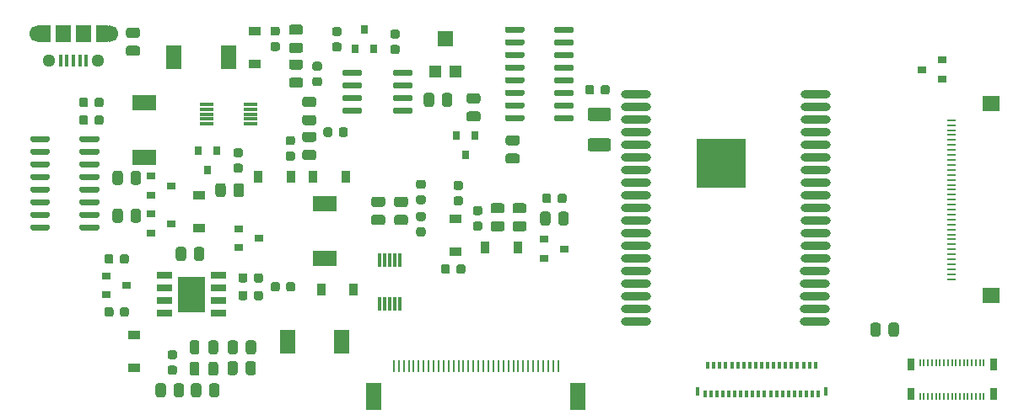
<source format=gbr>
G04 #@! TF.GenerationSoftware,KiCad,Pcbnew,(5.1.9)-1*
G04 #@! TF.CreationDate,2021-02-03T10:13:10+01:00*
G04 #@! TF.ProjectId,epaper-breakout,65706170-6572-42d6-9272-65616b6f7574,rev?*
G04 #@! TF.SameCoordinates,Original*
G04 #@! TF.FileFunction,Paste,Top*
G04 #@! TF.FilePolarity,Positive*
%FSLAX46Y46*%
G04 Gerber Fmt 4.6, Leading zero omitted, Abs format (unit mm)*
G04 Created by KiCad (PCBNEW (5.1.9)-1) date 2021-02-03 10:13:10*
%MOMM*%
%LPD*%
G01*
G04 APERTURE LIST*
%ADD10R,1.500000X1.700000*%
%ADD11C,1.290000*%
%ADD12R,0.400000X1.250000*%
%ADD13C,1.700000*%
%ADD14R,1.200000X1.700000*%
%ADD15R,5.000000X5.000000*%
%ADD16O,3.000000X0.900000*%
%ADD17R,0.400000X0.950000*%
%ADD18R,0.300000X0.800000*%
%ADD19R,0.300000X0.650000*%
%ADD20R,0.900000X1.200000*%
%ADD21R,2.400000X1.500000*%
%ADD22R,1.200000X0.900000*%
%ADD23R,0.900000X0.800000*%
%ADD24R,1.500000X0.650000*%
%ADD25R,2.700000X3.600000*%
%ADD26R,0.812800X0.254000*%
%ADD27R,1.701800X1.524000*%
%ADD28R,0.700000X1.200000*%
%ADD29R,0.230000X0.800000*%
%ADD30R,0.800000X0.900000*%
%ADD31R,1.600000X2.800000*%
%ADD32R,0.250000X1.300000*%
%ADD33R,0.300000X1.400000*%
%ADD34R,1.500000X2.400000*%
%ADD35R,1.400000X0.300000*%
%ADD36R,1.200000X1.200000*%
%ADD37R,1.600000X1.500000*%
G04 APERTURE END LIST*
D10*
X29463000Y-21065000D03*
D11*
X32888000Y-23765000D03*
D12*
X31113000Y-23765000D03*
X31763000Y-23765000D03*
X29163000Y-23765000D03*
X29813000Y-23765000D03*
X30463000Y-23765000D03*
D11*
X28038000Y-23765000D03*
D10*
X31463000Y-21065000D03*
D13*
X34063000Y-21065000D03*
X26863000Y-21065000D03*
D14*
X27563000Y-21065000D03*
X33363000Y-21065000D03*
D15*
X95500000Y-34030000D03*
D16*
X86900000Y-27110000D03*
X86900000Y-28380000D03*
X86900000Y-29650000D03*
X86900000Y-30920000D03*
X86900000Y-32190000D03*
X86900000Y-33460000D03*
X86900000Y-34730000D03*
X86900000Y-36000000D03*
X86900000Y-37270000D03*
X86900000Y-38540000D03*
X86900000Y-39810000D03*
X86900000Y-41080000D03*
X86900000Y-42350000D03*
X86900000Y-43620000D03*
X86900000Y-44920000D03*
X86900000Y-46190000D03*
X86900000Y-47460000D03*
X86900000Y-48730000D03*
X86900000Y-50000000D03*
X104900000Y-50000000D03*
X104900000Y-48730000D03*
X104900000Y-47460000D03*
X104900000Y-46190000D03*
X104900000Y-44920000D03*
X104930000Y-43620000D03*
X104930000Y-42350000D03*
X104930000Y-41080000D03*
X104930000Y-39810000D03*
X104930000Y-38540000D03*
X104930000Y-37270000D03*
X104930000Y-36000000D03*
X104930000Y-34730000D03*
X104930000Y-33460000D03*
X104930000Y-32190000D03*
X104930000Y-30920000D03*
X104930000Y-29650000D03*
X104930000Y-28380000D03*
X104930000Y-27110000D03*
D17*
X105942600Y-56979600D03*
X93142600Y-56979600D03*
D18*
X105242600Y-57254600D03*
D19*
X104942600Y-54379600D03*
D18*
X104642600Y-57254600D03*
D19*
X104342600Y-54379600D03*
D18*
X104042600Y-57254600D03*
D19*
X103742600Y-54379600D03*
D18*
X103442600Y-57254600D03*
D19*
X103142600Y-54379600D03*
D18*
X102842600Y-57254600D03*
D19*
X102542600Y-54379600D03*
D18*
X102242600Y-57254600D03*
D19*
X101942600Y-54379600D03*
D18*
X101642600Y-57254600D03*
D19*
X101342600Y-54379600D03*
D18*
X101042600Y-57254600D03*
D19*
X100742600Y-54379600D03*
D18*
X100442600Y-57254600D03*
D19*
X100142600Y-54379600D03*
D18*
X99842600Y-57254600D03*
D19*
X99542600Y-54379600D03*
D18*
X99242600Y-57254600D03*
D19*
X98942600Y-54379600D03*
D18*
X98642600Y-57254600D03*
D19*
X98342600Y-54379600D03*
D18*
X98042600Y-57254600D03*
D19*
X97742600Y-54379600D03*
D18*
X97442600Y-57254600D03*
D19*
X97142600Y-54379600D03*
D18*
X96842600Y-57254600D03*
D19*
X96542600Y-54379600D03*
D18*
X96242600Y-57254600D03*
D19*
X95942600Y-54379600D03*
D18*
X95642600Y-57254600D03*
D19*
X95342600Y-54379600D03*
D18*
X95042600Y-57254600D03*
D19*
X94742600Y-54379600D03*
D18*
X94442600Y-57254600D03*
D19*
X94142600Y-54379600D03*
D18*
X93842600Y-57254600D03*
D20*
X55309500Y-46799500D03*
X58609500Y-46799500D03*
D21*
X55689500Y-38144000D03*
X55689500Y-43644000D03*
G36*
G01*
X40136000Y-54427000D02*
X40636000Y-54427000D01*
G75*
G02*
X40861000Y-54652000I0J-225000D01*
G01*
X40861000Y-55102000D01*
G75*
G02*
X40636000Y-55327000I-225000J0D01*
G01*
X40136000Y-55327000D01*
G75*
G02*
X39911000Y-55102000I0J225000D01*
G01*
X39911000Y-54652000D01*
G75*
G02*
X40136000Y-54427000I225000J0D01*
G01*
G37*
G36*
G01*
X40136000Y-52877000D02*
X40636000Y-52877000D01*
G75*
G02*
X40861000Y-53102000I0J-225000D01*
G01*
X40861000Y-53552000D01*
G75*
G02*
X40636000Y-53777000I-225000J0D01*
G01*
X40136000Y-53777000D01*
G75*
G02*
X39911000Y-53552000I0J225000D01*
G01*
X39911000Y-53102000D01*
G75*
G02*
X40136000Y-52877000I225000J0D01*
G01*
G37*
G36*
G01*
X39732000Y-56445998D02*
X39732000Y-57346002D01*
G75*
G02*
X39482002Y-57596000I-249998J0D01*
G01*
X38956998Y-57596000D01*
G75*
G02*
X38707000Y-57346002I0J249998D01*
G01*
X38707000Y-56445998D01*
G75*
G02*
X38956998Y-56196000I249998J0D01*
G01*
X39482002Y-56196000D01*
G75*
G02*
X39732000Y-56445998I0J-249998D01*
G01*
G37*
G36*
G01*
X41557000Y-56445998D02*
X41557000Y-57346002D01*
G75*
G02*
X41307002Y-57596000I-249998J0D01*
G01*
X40781998Y-57596000D01*
G75*
G02*
X40532000Y-57346002I0J249998D01*
G01*
X40532000Y-56445998D01*
G75*
G02*
X40781998Y-56196000I249998J0D01*
G01*
X41307002Y-56196000D01*
G75*
G02*
X41557000Y-56445998I0J-249998D01*
G01*
G37*
G36*
G01*
X43288000Y-56445998D02*
X43288000Y-57346002D01*
G75*
G02*
X43038002Y-57596000I-249998J0D01*
G01*
X42512998Y-57596000D01*
G75*
G02*
X42263000Y-57346002I0J249998D01*
G01*
X42263000Y-56445998D01*
G75*
G02*
X42512998Y-56196000I249998J0D01*
G01*
X43038002Y-56196000D01*
G75*
G02*
X43288000Y-56445998I0J-249998D01*
G01*
G37*
G36*
G01*
X45113000Y-56445998D02*
X45113000Y-57346002D01*
G75*
G02*
X44863002Y-57596000I-249998J0D01*
G01*
X44337998Y-57596000D01*
G75*
G02*
X44088000Y-57346002I0J249998D01*
G01*
X44088000Y-56445998D01*
G75*
G02*
X44337998Y-56196000I249998J0D01*
G01*
X44863002Y-56196000D01*
G75*
G02*
X45113000Y-56445998I0J-249998D01*
G01*
G37*
D22*
X36576000Y-51309000D03*
X36576000Y-54609000D03*
G36*
G01*
X84173502Y-29795500D02*
X82323498Y-29795500D01*
G75*
G02*
X82073500Y-29545502I0J249998D01*
G01*
X82073500Y-28720498D01*
G75*
G02*
X82323498Y-28470500I249998J0D01*
G01*
X84173502Y-28470500D01*
G75*
G02*
X84423500Y-28720498I0J-249998D01*
G01*
X84423500Y-29545502D01*
G75*
G02*
X84173502Y-29795500I-249998J0D01*
G01*
G37*
G36*
G01*
X84173502Y-32870500D02*
X82323498Y-32870500D01*
G75*
G02*
X82073500Y-32620502I0J249998D01*
G01*
X82073500Y-31795498D01*
G75*
G02*
X82323498Y-31545500I249998J0D01*
G01*
X84173502Y-31545500D01*
G75*
G02*
X84423500Y-31795498I0J-249998D01*
G01*
X84423500Y-32620502D01*
G75*
G02*
X84173502Y-32870500I-249998J0D01*
G01*
G37*
G36*
G01*
X34486000Y-48772000D02*
X34486000Y-49272000D01*
G75*
G02*
X34261000Y-49497000I-225000J0D01*
G01*
X33811000Y-49497000D01*
G75*
G02*
X33586000Y-49272000I0J225000D01*
G01*
X33586000Y-48772000D01*
G75*
G02*
X33811000Y-48547000I225000J0D01*
G01*
X34261000Y-48547000D01*
G75*
G02*
X34486000Y-48772000I0J-225000D01*
G01*
G37*
G36*
G01*
X36036000Y-48772000D02*
X36036000Y-49272000D01*
G75*
G02*
X35811000Y-49497000I-225000J0D01*
G01*
X35361000Y-49497000D01*
G75*
G02*
X35136000Y-49272000I0J225000D01*
G01*
X35136000Y-48772000D01*
G75*
G02*
X35361000Y-48547000I225000J0D01*
G01*
X35811000Y-48547000D01*
G75*
G02*
X36036000Y-48772000I0J-225000D01*
G01*
G37*
G36*
G01*
X34473000Y-43438000D02*
X34473000Y-43938000D01*
G75*
G02*
X34248000Y-44163000I-225000J0D01*
G01*
X33798000Y-44163000D01*
G75*
G02*
X33573000Y-43938000I0J225000D01*
G01*
X33573000Y-43438000D01*
G75*
G02*
X33798000Y-43213000I225000J0D01*
G01*
X34248000Y-43213000D01*
G75*
G02*
X34473000Y-43438000I0J-225000D01*
G01*
G37*
G36*
G01*
X36023000Y-43438000D02*
X36023000Y-43938000D01*
G75*
G02*
X35798000Y-44163000I-225000J0D01*
G01*
X35348000Y-44163000D01*
G75*
G02*
X35123000Y-43938000I0J225000D01*
G01*
X35123000Y-43438000D01*
G75*
G02*
X35348000Y-43213000I225000J0D01*
G01*
X35798000Y-43213000D01*
G75*
G02*
X36023000Y-43438000I0J-225000D01*
G01*
G37*
G36*
G01*
X31091000Y-31773000D02*
X31091000Y-31473000D01*
G75*
G02*
X31241000Y-31323000I150000J0D01*
G01*
X32891000Y-31323000D01*
G75*
G02*
X33041000Y-31473000I0J-150000D01*
G01*
X33041000Y-31773000D01*
G75*
G02*
X32891000Y-31923000I-150000J0D01*
G01*
X31241000Y-31923000D01*
G75*
G02*
X31091000Y-31773000I0J150000D01*
G01*
G37*
G36*
G01*
X31091000Y-33043000D02*
X31091000Y-32743000D01*
G75*
G02*
X31241000Y-32593000I150000J0D01*
G01*
X32891000Y-32593000D01*
G75*
G02*
X33041000Y-32743000I0J-150000D01*
G01*
X33041000Y-33043000D01*
G75*
G02*
X32891000Y-33193000I-150000J0D01*
G01*
X31241000Y-33193000D01*
G75*
G02*
X31091000Y-33043000I0J150000D01*
G01*
G37*
G36*
G01*
X31091000Y-34313000D02*
X31091000Y-34013000D01*
G75*
G02*
X31241000Y-33863000I150000J0D01*
G01*
X32891000Y-33863000D01*
G75*
G02*
X33041000Y-34013000I0J-150000D01*
G01*
X33041000Y-34313000D01*
G75*
G02*
X32891000Y-34463000I-150000J0D01*
G01*
X31241000Y-34463000D01*
G75*
G02*
X31091000Y-34313000I0J150000D01*
G01*
G37*
G36*
G01*
X31091000Y-35583000D02*
X31091000Y-35283000D01*
G75*
G02*
X31241000Y-35133000I150000J0D01*
G01*
X32891000Y-35133000D01*
G75*
G02*
X33041000Y-35283000I0J-150000D01*
G01*
X33041000Y-35583000D01*
G75*
G02*
X32891000Y-35733000I-150000J0D01*
G01*
X31241000Y-35733000D01*
G75*
G02*
X31091000Y-35583000I0J150000D01*
G01*
G37*
G36*
G01*
X31091000Y-36853000D02*
X31091000Y-36553000D01*
G75*
G02*
X31241000Y-36403000I150000J0D01*
G01*
X32891000Y-36403000D01*
G75*
G02*
X33041000Y-36553000I0J-150000D01*
G01*
X33041000Y-36853000D01*
G75*
G02*
X32891000Y-37003000I-150000J0D01*
G01*
X31241000Y-37003000D01*
G75*
G02*
X31091000Y-36853000I0J150000D01*
G01*
G37*
G36*
G01*
X31091000Y-38123000D02*
X31091000Y-37823000D01*
G75*
G02*
X31241000Y-37673000I150000J0D01*
G01*
X32891000Y-37673000D01*
G75*
G02*
X33041000Y-37823000I0J-150000D01*
G01*
X33041000Y-38123000D01*
G75*
G02*
X32891000Y-38273000I-150000J0D01*
G01*
X31241000Y-38273000D01*
G75*
G02*
X31091000Y-38123000I0J150000D01*
G01*
G37*
G36*
G01*
X31091000Y-39393000D02*
X31091000Y-39093000D01*
G75*
G02*
X31241000Y-38943000I150000J0D01*
G01*
X32891000Y-38943000D01*
G75*
G02*
X33041000Y-39093000I0J-150000D01*
G01*
X33041000Y-39393000D01*
G75*
G02*
X32891000Y-39543000I-150000J0D01*
G01*
X31241000Y-39543000D01*
G75*
G02*
X31091000Y-39393000I0J150000D01*
G01*
G37*
G36*
G01*
X31091000Y-40663000D02*
X31091000Y-40363000D01*
G75*
G02*
X31241000Y-40213000I150000J0D01*
G01*
X32891000Y-40213000D01*
G75*
G02*
X33041000Y-40363000I0J-150000D01*
G01*
X33041000Y-40663000D01*
G75*
G02*
X32891000Y-40813000I-150000J0D01*
G01*
X31241000Y-40813000D01*
G75*
G02*
X31091000Y-40663000I0J150000D01*
G01*
G37*
G36*
G01*
X26141000Y-40663000D02*
X26141000Y-40363000D01*
G75*
G02*
X26291000Y-40213000I150000J0D01*
G01*
X27941000Y-40213000D01*
G75*
G02*
X28091000Y-40363000I0J-150000D01*
G01*
X28091000Y-40663000D01*
G75*
G02*
X27941000Y-40813000I-150000J0D01*
G01*
X26291000Y-40813000D01*
G75*
G02*
X26141000Y-40663000I0J150000D01*
G01*
G37*
G36*
G01*
X26141000Y-39393000D02*
X26141000Y-39093000D01*
G75*
G02*
X26291000Y-38943000I150000J0D01*
G01*
X27941000Y-38943000D01*
G75*
G02*
X28091000Y-39093000I0J-150000D01*
G01*
X28091000Y-39393000D01*
G75*
G02*
X27941000Y-39543000I-150000J0D01*
G01*
X26291000Y-39543000D01*
G75*
G02*
X26141000Y-39393000I0J150000D01*
G01*
G37*
G36*
G01*
X26141000Y-38123000D02*
X26141000Y-37823000D01*
G75*
G02*
X26291000Y-37673000I150000J0D01*
G01*
X27941000Y-37673000D01*
G75*
G02*
X28091000Y-37823000I0J-150000D01*
G01*
X28091000Y-38123000D01*
G75*
G02*
X27941000Y-38273000I-150000J0D01*
G01*
X26291000Y-38273000D01*
G75*
G02*
X26141000Y-38123000I0J150000D01*
G01*
G37*
G36*
G01*
X26141000Y-36853000D02*
X26141000Y-36553000D01*
G75*
G02*
X26291000Y-36403000I150000J0D01*
G01*
X27941000Y-36403000D01*
G75*
G02*
X28091000Y-36553000I0J-150000D01*
G01*
X28091000Y-36853000D01*
G75*
G02*
X27941000Y-37003000I-150000J0D01*
G01*
X26291000Y-37003000D01*
G75*
G02*
X26141000Y-36853000I0J150000D01*
G01*
G37*
G36*
G01*
X26141000Y-35583000D02*
X26141000Y-35283000D01*
G75*
G02*
X26291000Y-35133000I150000J0D01*
G01*
X27941000Y-35133000D01*
G75*
G02*
X28091000Y-35283000I0J-150000D01*
G01*
X28091000Y-35583000D01*
G75*
G02*
X27941000Y-35733000I-150000J0D01*
G01*
X26291000Y-35733000D01*
G75*
G02*
X26141000Y-35583000I0J150000D01*
G01*
G37*
G36*
G01*
X26141000Y-34313000D02*
X26141000Y-34013000D01*
G75*
G02*
X26291000Y-33863000I150000J0D01*
G01*
X27941000Y-33863000D01*
G75*
G02*
X28091000Y-34013000I0J-150000D01*
G01*
X28091000Y-34313000D01*
G75*
G02*
X27941000Y-34463000I-150000J0D01*
G01*
X26291000Y-34463000D01*
G75*
G02*
X26141000Y-34313000I0J150000D01*
G01*
G37*
G36*
G01*
X26141000Y-33043000D02*
X26141000Y-32743000D01*
G75*
G02*
X26291000Y-32593000I150000J0D01*
G01*
X27941000Y-32593000D01*
G75*
G02*
X28091000Y-32743000I0J-150000D01*
G01*
X28091000Y-33043000D01*
G75*
G02*
X27941000Y-33193000I-150000J0D01*
G01*
X26291000Y-33193000D01*
G75*
G02*
X26141000Y-33043000I0J150000D01*
G01*
G37*
G36*
G01*
X26141000Y-31773000D02*
X26141000Y-31473000D01*
G75*
G02*
X26291000Y-31323000I150000J0D01*
G01*
X27941000Y-31323000D01*
G75*
G02*
X28091000Y-31473000I0J-150000D01*
G01*
X28091000Y-31773000D01*
G75*
G02*
X27941000Y-31923000I-150000J0D01*
G01*
X26291000Y-31923000D01*
G75*
G02*
X26141000Y-31773000I0J150000D01*
G01*
G37*
D23*
X35798000Y-46355000D03*
X33798000Y-47305000D03*
X33798000Y-45405000D03*
D22*
X43053000Y-40575500D03*
X43053000Y-37275500D03*
D24*
X39591000Y-45339000D03*
X39591000Y-46609000D03*
X39591000Y-47879000D03*
X39591000Y-49149000D03*
X44991000Y-49149000D03*
X44991000Y-47879000D03*
X44991000Y-46609000D03*
X44991000Y-45339000D03*
D25*
X42291000Y-47244000D03*
G36*
G01*
X41764000Y-42729998D02*
X41764000Y-43630002D01*
G75*
G02*
X41514002Y-43880000I-249998J0D01*
G01*
X40988998Y-43880000D01*
G75*
G02*
X40739000Y-43630002I0J249998D01*
G01*
X40739000Y-42729998D01*
G75*
G02*
X40988998Y-42480000I249998J0D01*
G01*
X41514002Y-42480000D01*
G75*
G02*
X41764000Y-42729998I0J-249998D01*
G01*
G37*
G36*
G01*
X43589000Y-42729998D02*
X43589000Y-43630002D01*
G75*
G02*
X43339002Y-43880000I-249998J0D01*
G01*
X42813998Y-43880000D01*
G75*
G02*
X42564000Y-43630002I0J249998D01*
G01*
X42564000Y-42729998D01*
G75*
G02*
X42813998Y-42480000I249998J0D01*
G01*
X43339002Y-42480000D01*
G75*
G02*
X43589000Y-42729998I0J-249998D01*
G01*
G37*
G36*
G01*
X46971000Y-52127998D02*
X46971000Y-53028002D01*
G75*
G02*
X46721002Y-53278000I-249998J0D01*
G01*
X46195998Y-53278000D01*
G75*
G02*
X45946000Y-53028002I0J249998D01*
G01*
X45946000Y-52127998D01*
G75*
G02*
X46195998Y-51878000I249998J0D01*
G01*
X46721002Y-51878000D01*
G75*
G02*
X46971000Y-52127998I0J-249998D01*
G01*
G37*
G36*
G01*
X48796000Y-52127998D02*
X48796000Y-53028002D01*
G75*
G02*
X48546002Y-53278000I-249998J0D01*
G01*
X48020998Y-53278000D01*
G75*
G02*
X47771000Y-53028002I0J249998D01*
G01*
X47771000Y-52127998D01*
G75*
G02*
X48020998Y-51878000I249998J0D01*
G01*
X48546002Y-51878000D01*
G75*
G02*
X48796000Y-52127998I0J-249998D01*
G01*
G37*
G36*
G01*
X46947500Y-54223498D02*
X46947500Y-55123502D01*
G75*
G02*
X46697502Y-55373500I-249998J0D01*
G01*
X46172498Y-55373500D01*
G75*
G02*
X45922500Y-55123502I0J249998D01*
G01*
X45922500Y-54223498D01*
G75*
G02*
X46172498Y-53973500I249998J0D01*
G01*
X46697502Y-53973500D01*
G75*
G02*
X46947500Y-54223498I0J-249998D01*
G01*
G37*
G36*
G01*
X48772500Y-54223498D02*
X48772500Y-55123502D01*
G75*
G02*
X48522502Y-55373500I-249998J0D01*
G01*
X47997498Y-55373500D01*
G75*
G02*
X47747500Y-55123502I0J249998D01*
G01*
X47747500Y-54223498D01*
G75*
G02*
X47997498Y-53973500I249998J0D01*
G01*
X48522502Y-53973500D01*
G75*
G02*
X48772500Y-54223498I0J-249998D01*
G01*
G37*
G36*
G01*
X35998998Y-22244000D02*
X36899002Y-22244000D01*
G75*
G02*
X37149000Y-22493998I0J-249998D01*
G01*
X37149000Y-23019002D01*
G75*
G02*
X36899002Y-23269000I-249998J0D01*
G01*
X35998998Y-23269000D01*
G75*
G02*
X35749000Y-23019002I0J249998D01*
G01*
X35749000Y-22493998D01*
G75*
G02*
X35998998Y-22244000I249998J0D01*
G01*
G37*
G36*
G01*
X35998998Y-20419000D02*
X36899002Y-20419000D01*
G75*
G02*
X37149000Y-20668998I0J-249998D01*
G01*
X37149000Y-21194002D01*
G75*
G02*
X36899002Y-21444000I-249998J0D01*
G01*
X35998998Y-21444000D01*
G75*
G02*
X35749000Y-21194002I0J249998D01*
G01*
X35749000Y-20668998D01*
G75*
G02*
X35998998Y-20419000I249998J0D01*
G01*
G37*
D23*
X49069500Y-41592500D03*
X47069500Y-42542500D03*
X47069500Y-40642500D03*
G36*
G01*
X43111000Y-52121750D02*
X43111000Y-53034250D01*
G75*
G02*
X42867250Y-53278000I-243750J0D01*
G01*
X42379750Y-53278000D01*
G75*
G02*
X42136000Y-53034250I0J243750D01*
G01*
X42136000Y-52121750D01*
G75*
G02*
X42379750Y-51878000I243750J0D01*
G01*
X42867250Y-51878000D01*
G75*
G02*
X43111000Y-52121750I0J-243750D01*
G01*
G37*
G36*
G01*
X44986000Y-52121750D02*
X44986000Y-53034250D01*
G75*
G02*
X44742250Y-53278000I-243750J0D01*
G01*
X44254750Y-53278000D01*
G75*
G02*
X44011000Y-53034250I0J243750D01*
G01*
X44011000Y-52121750D01*
G75*
G02*
X44254750Y-51878000I243750J0D01*
G01*
X44742250Y-51878000D01*
G75*
G02*
X44986000Y-52121750I0J-243750D01*
G01*
G37*
G36*
G01*
X43111000Y-54280750D02*
X43111000Y-55193250D01*
G75*
G02*
X42867250Y-55437000I-243750J0D01*
G01*
X42379750Y-55437000D01*
G75*
G02*
X42136000Y-55193250I0J243750D01*
G01*
X42136000Y-54280750D01*
G75*
G02*
X42379750Y-54037000I243750J0D01*
G01*
X42867250Y-54037000D01*
G75*
G02*
X43111000Y-54280750I0J-243750D01*
G01*
G37*
G36*
G01*
X44986000Y-54280750D02*
X44986000Y-55193250D01*
G75*
G02*
X44742250Y-55437000I-243750J0D01*
G01*
X44254750Y-55437000D01*
G75*
G02*
X44011000Y-55193250I0J243750D01*
G01*
X44011000Y-54280750D01*
G75*
G02*
X44254750Y-54037000I243750J0D01*
G01*
X44742250Y-54037000D01*
G75*
G02*
X44986000Y-54280750I0J-243750D01*
G01*
G37*
G36*
G01*
X47935000Y-47121000D02*
X47935000Y-47621000D01*
G75*
G02*
X47710000Y-47846000I-225000J0D01*
G01*
X47260000Y-47846000D01*
G75*
G02*
X47035000Y-47621000I0J225000D01*
G01*
X47035000Y-47121000D01*
G75*
G02*
X47260000Y-46896000I225000J0D01*
G01*
X47710000Y-46896000D01*
G75*
G02*
X47935000Y-47121000I0J-225000D01*
G01*
G37*
G36*
G01*
X49485000Y-47121000D02*
X49485000Y-47621000D01*
G75*
G02*
X49260000Y-47846000I-225000J0D01*
G01*
X48810000Y-47846000D01*
G75*
G02*
X48585000Y-47621000I0J225000D01*
G01*
X48585000Y-47121000D01*
G75*
G02*
X48810000Y-46896000I225000J0D01*
G01*
X49260000Y-46896000D01*
G75*
G02*
X49485000Y-47121000I0J-225000D01*
G01*
G37*
G36*
G01*
X48585000Y-45843000D02*
X48585000Y-45343000D01*
G75*
G02*
X48810000Y-45118000I225000J0D01*
G01*
X49260000Y-45118000D01*
G75*
G02*
X49485000Y-45343000I0J-225000D01*
G01*
X49485000Y-45843000D01*
G75*
G02*
X49260000Y-46068000I-225000J0D01*
G01*
X48810000Y-46068000D01*
G75*
G02*
X48585000Y-45843000I0J225000D01*
G01*
G37*
G36*
G01*
X47035000Y-45843000D02*
X47035000Y-45343000D01*
G75*
G02*
X47260000Y-45118000I225000J0D01*
G01*
X47710000Y-45118000D01*
G75*
G02*
X47935000Y-45343000I0J-225000D01*
G01*
X47935000Y-45843000D01*
G75*
G02*
X47710000Y-46068000I-225000J0D01*
G01*
X47260000Y-46068000D01*
G75*
G02*
X47035000Y-45843000I0J225000D01*
G01*
G37*
D20*
X52323000Y-35433000D03*
X49023000Y-35433000D03*
D26*
X118588300Y-45727399D03*
X118588300Y-45227400D03*
X118588300Y-44727399D03*
X118588300Y-44227400D03*
X118588300Y-43727398D03*
X118588300Y-43227399D03*
X118588300Y-42727400D03*
X118588300Y-42227399D03*
X118588300Y-41727400D03*
X118588300Y-41227398D03*
X118588300Y-40727399D03*
X118588300Y-40227400D03*
X118588300Y-39727399D03*
X118588300Y-39227400D03*
X118588300Y-38727398D03*
X118588300Y-38227399D03*
X118588300Y-37727400D03*
X118588300Y-37227398D03*
X118588300Y-36727399D03*
X118588300Y-36227400D03*
X118588300Y-35727399D03*
X118588300Y-35227400D03*
X118588300Y-34727398D03*
X118588300Y-34227399D03*
X118588300Y-33727400D03*
X118588300Y-33227399D03*
X118588300Y-32727400D03*
X118588300Y-32227398D03*
X118588300Y-31727399D03*
X118588300Y-31227400D03*
X118588300Y-30727399D03*
X118588300Y-30227400D03*
X118588300Y-29727398D03*
D27*
X122601500Y-28075400D03*
X122601500Y-47379400D03*
D28*
X122793400Y-54319600D03*
D29*
X119043400Y-54119600D03*
X117443400Y-54119600D03*
X121843400Y-54119600D03*
X121443400Y-54119600D03*
X121043400Y-54119600D03*
X117843400Y-54119600D03*
X118243400Y-54119600D03*
X120643400Y-54119600D03*
X118643400Y-54119600D03*
X115843400Y-54119600D03*
X115443400Y-54119600D03*
D28*
X114493400Y-54319600D03*
D29*
X116243400Y-54119600D03*
X117043400Y-54119600D03*
X116643400Y-54119600D03*
X120243400Y-54119600D03*
X119843400Y-54119600D03*
X119443400Y-54119600D03*
D28*
X114493400Y-57305600D03*
X122793400Y-57305600D03*
D29*
X121843400Y-57505600D03*
X121443400Y-57505600D03*
X121043400Y-57505600D03*
X120643400Y-57505600D03*
X120243400Y-57505600D03*
X119843400Y-57505600D03*
X119443400Y-57505600D03*
X119043400Y-57505600D03*
X118643400Y-57505600D03*
X118243400Y-57505600D03*
X117843400Y-57505600D03*
X117443400Y-57505600D03*
X117043400Y-57505600D03*
X116643400Y-57505600D03*
X116243400Y-57505600D03*
X115843400Y-57505600D03*
X115443400Y-57505600D03*
D30*
X69850000Y-33258000D03*
X68900000Y-31258000D03*
X70800000Y-31258000D03*
G36*
G01*
X45741000Y-36316498D02*
X45741000Y-37216502D01*
G75*
G02*
X45491002Y-37466500I-249998J0D01*
G01*
X44965998Y-37466500D01*
G75*
G02*
X44716000Y-37216502I0J249998D01*
G01*
X44716000Y-36316498D01*
G75*
G02*
X44965998Y-36066500I249998J0D01*
G01*
X45491002Y-36066500D01*
G75*
G02*
X45741000Y-36316498I0J-249998D01*
G01*
G37*
G36*
G01*
X47566000Y-36316498D02*
X47566000Y-37216502D01*
G75*
G02*
X47316002Y-37466500I-249998J0D01*
G01*
X46790998Y-37466500D01*
G75*
G02*
X46541000Y-37216502I0J249998D01*
G01*
X46541000Y-36316498D01*
G75*
G02*
X46790998Y-36066500I249998J0D01*
G01*
X47316002Y-36066500D01*
G75*
G02*
X47566000Y-36316498I0J-249998D01*
G01*
G37*
G36*
G01*
X71062002Y-28048000D02*
X70161998Y-28048000D01*
G75*
G02*
X69912000Y-27798002I0J249998D01*
G01*
X69912000Y-27272998D01*
G75*
G02*
X70161998Y-27023000I249998J0D01*
G01*
X71062002Y-27023000D01*
G75*
G02*
X71312000Y-27272998I0J-249998D01*
G01*
X71312000Y-27798002D01*
G75*
G02*
X71062002Y-28048000I-249998J0D01*
G01*
G37*
G36*
G01*
X71062002Y-29873000D02*
X70161998Y-29873000D01*
G75*
G02*
X69912000Y-29623002I0J249998D01*
G01*
X69912000Y-29097998D01*
G75*
G02*
X70161998Y-28848000I249998J0D01*
G01*
X71062002Y-28848000D01*
G75*
G02*
X71312000Y-29097998I0J-249998D01*
G01*
X71312000Y-29623002D01*
G75*
G02*
X71062002Y-29873000I-249998J0D01*
G01*
G37*
D23*
X79740000Y-42672000D03*
X77740000Y-43622000D03*
X77740000Y-41722000D03*
D30*
X43942000Y-34782000D03*
X42992000Y-32782000D03*
X44892000Y-32782000D03*
G36*
G01*
X62510000Y-25130700D02*
X62510000Y-24805700D01*
G75*
G02*
X62672500Y-24643200I162500J0D01*
G01*
X64322500Y-24643200D01*
G75*
G02*
X64485000Y-24805700I0J-162500D01*
G01*
X64485000Y-25130700D01*
G75*
G02*
X64322500Y-25293200I-162500J0D01*
G01*
X62672500Y-25293200D01*
G75*
G02*
X62510000Y-25130700I0J162500D01*
G01*
G37*
G36*
G01*
X62510000Y-26400700D02*
X62510000Y-26075700D01*
G75*
G02*
X62672500Y-25913200I162500J0D01*
G01*
X64322500Y-25913200D01*
G75*
G02*
X64485000Y-26075700I0J-162500D01*
G01*
X64485000Y-26400700D01*
G75*
G02*
X64322500Y-26563200I-162500J0D01*
G01*
X62672500Y-26563200D01*
G75*
G02*
X62510000Y-26400700I0J162500D01*
G01*
G37*
G36*
G01*
X62510000Y-27670700D02*
X62510000Y-27345700D01*
G75*
G02*
X62672500Y-27183200I162500J0D01*
G01*
X64322500Y-27183200D01*
G75*
G02*
X64485000Y-27345700I0J-162500D01*
G01*
X64485000Y-27670700D01*
G75*
G02*
X64322500Y-27833200I-162500J0D01*
G01*
X62672500Y-27833200D01*
G75*
G02*
X62510000Y-27670700I0J162500D01*
G01*
G37*
G36*
G01*
X62510000Y-28940700D02*
X62510000Y-28615700D01*
G75*
G02*
X62672500Y-28453200I162500J0D01*
G01*
X64322500Y-28453200D01*
G75*
G02*
X64485000Y-28615700I0J-162500D01*
G01*
X64485000Y-28940700D01*
G75*
G02*
X64322500Y-29103200I-162500J0D01*
G01*
X62672500Y-29103200D01*
G75*
G02*
X62510000Y-28940700I0J162500D01*
G01*
G37*
G36*
G01*
X57435000Y-28940700D02*
X57435000Y-28615700D01*
G75*
G02*
X57597500Y-28453200I162500J0D01*
G01*
X59247500Y-28453200D01*
G75*
G02*
X59410000Y-28615700I0J-162500D01*
G01*
X59410000Y-28940700D01*
G75*
G02*
X59247500Y-29103200I-162500J0D01*
G01*
X57597500Y-29103200D01*
G75*
G02*
X57435000Y-28940700I0J162500D01*
G01*
G37*
G36*
G01*
X57435000Y-27670700D02*
X57435000Y-27345700D01*
G75*
G02*
X57597500Y-27183200I162500J0D01*
G01*
X59247500Y-27183200D01*
G75*
G02*
X59410000Y-27345700I0J-162500D01*
G01*
X59410000Y-27670700D01*
G75*
G02*
X59247500Y-27833200I-162500J0D01*
G01*
X57597500Y-27833200D01*
G75*
G02*
X57435000Y-27670700I0J162500D01*
G01*
G37*
G36*
G01*
X57435000Y-26400700D02*
X57435000Y-26075700D01*
G75*
G02*
X57597500Y-25913200I162500J0D01*
G01*
X59247500Y-25913200D01*
G75*
G02*
X59410000Y-26075700I0J-162500D01*
G01*
X59410000Y-26400700D01*
G75*
G02*
X59247500Y-26563200I-162500J0D01*
G01*
X57597500Y-26563200D01*
G75*
G02*
X57435000Y-26400700I0J162500D01*
G01*
G37*
G36*
G01*
X57435000Y-25130700D02*
X57435000Y-24805700D01*
G75*
G02*
X57597500Y-24643200I162500J0D01*
G01*
X59247500Y-24643200D01*
G75*
G02*
X59410000Y-24805700I0J-162500D01*
G01*
X59410000Y-25130700D01*
G75*
G02*
X59247500Y-25293200I-162500J0D01*
G01*
X57597500Y-25293200D01*
G75*
G02*
X57435000Y-25130700I0J162500D01*
G01*
G37*
D31*
X81116000Y-57483000D03*
X60616000Y-57483000D03*
D32*
X79116000Y-54483000D03*
X78616000Y-54483000D03*
X78116000Y-54483000D03*
X77616000Y-54483000D03*
X77116000Y-54483000D03*
X76616000Y-54483000D03*
X76116000Y-54483000D03*
X75616000Y-54483000D03*
X75116000Y-54483000D03*
X74616000Y-54483000D03*
X74116000Y-54483000D03*
X73616000Y-54483000D03*
X73116000Y-54483000D03*
X72616000Y-54483000D03*
X72116000Y-54483000D03*
X71616000Y-54483000D03*
X71116000Y-54483000D03*
X70616000Y-54483000D03*
X70116000Y-54483000D03*
X69616000Y-54483000D03*
X69116000Y-54483000D03*
X68616000Y-54483000D03*
X68116000Y-54483000D03*
X67616000Y-54483000D03*
X67116000Y-54483000D03*
X66616000Y-54483000D03*
X66116000Y-54483000D03*
X65616000Y-54483000D03*
X65116000Y-54483000D03*
X64616000Y-54483000D03*
X64116000Y-54483000D03*
X63616000Y-54483000D03*
X63116000Y-54483000D03*
X62616000Y-54483000D03*
G36*
G01*
X35414000Y-35084598D02*
X35414000Y-35984602D01*
G75*
G02*
X35164002Y-36234600I-249998J0D01*
G01*
X34638998Y-36234600D01*
G75*
G02*
X34389000Y-35984602I0J249998D01*
G01*
X34389000Y-35084598D01*
G75*
G02*
X34638998Y-34834600I249998J0D01*
G01*
X35164002Y-34834600D01*
G75*
G02*
X35414000Y-35084598I0J-249998D01*
G01*
G37*
G36*
G01*
X37239000Y-35084598D02*
X37239000Y-35984602D01*
G75*
G02*
X36989002Y-36234600I-249998J0D01*
G01*
X36463998Y-36234600D01*
G75*
G02*
X36214000Y-35984602I0J249998D01*
G01*
X36214000Y-35084598D01*
G75*
G02*
X36463998Y-34834600I249998J0D01*
G01*
X36989002Y-34834600D01*
G75*
G02*
X37239000Y-35084598I0J-249998D01*
G01*
G37*
G36*
G01*
X35414000Y-38894598D02*
X35414000Y-39794602D01*
G75*
G02*
X35164002Y-40044600I-249998J0D01*
G01*
X34638998Y-40044600D01*
G75*
G02*
X34389000Y-39794602I0J249998D01*
G01*
X34389000Y-38894598D01*
G75*
G02*
X34638998Y-38644600I249998J0D01*
G01*
X35164002Y-38644600D01*
G75*
G02*
X35414000Y-38894598I0J-249998D01*
G01*
G37*
G36*
G01*
X37239000Y-38894598D02*
X37239000Y-39794602D01*
G75*
G02*
X36989002Y-40044600I-249998J0D01*
G01*
X36463998Y-40044600D01*
G75*
G02*
X36214000Y-39794602I0J249998D01*
G01*
X36214000Y-38894598D01*
G75*
G02*
X36463998Y-38644600I249998J0D01*
G01*
X36989002Y-38644600D01*
G75*
G02*
X37239000Y-38894598I0J-249998D01*
G01*
G37*
D23*
X40268400Y-36322000D03*
X38268400Y-37272000D03*
X38268400Y-35372000D03*
X40268400Y-40132000D03*
X38268400Y-41082000D03*
X38268400Y-39182000D03*
G36*
G01*
X32583000Y-29968000D02*
X32583000Y-29468000D01*
G75*
G02*
X32808000Y-29243000I225000J0D01*
G01*
X33258000Y-29243000D01*
G75*
G02*
X33483000Y-29468000I0J-225000D01*
G01*
X33483000Y-29968000D01*
G75*
G02*
X33258000Y-30193000I-225000J0D01*
G01*
X32808000Y-30193000D01*
G75*
G02*
X32583000Y-29968000I0J225000D01*
G01*
G37*
G36*
G01*
X31033000Y-29968000D02*
X31033000Y-29468000D01*
G75*
G02*
X31258000Y-29243000I225000J0D01*
G01*
X31708000Y-29243000D01*
G75*
G02*
X31933000Y-29468000I0J-225000D01*
G01*
X31933000Y-29968000D01*
G75*
G02*
X31708000Y-30193000I-225000J0D01*
G01*
X31258000Y-30193000D01*
G75*
G02*
X31033000Y-29968000I0J225000D01*
G01*
G37*
G36*
G01*
X67456000Y-28136002D02*
X67456000Y-27235998D01*
G75*
G02*
X67705998Y-26986000I249998J0D01*
G01*
X68231002Y-26986000D01*
G75*
G02*
X68481000Y-27235998I0J-249998D01*
G01*
X68481000Y-28136002D01*
G75*
G02*
X68231002Y-28386000I-249998J0D01*
G01*
X67705998Y-28386000D01*
G75*
G02*
X67456000Y-28136002I0J249998D01*
G01*
G37*
G36*
G01*
X65631000Y-28136002D02*
X65631000Y-27235998D01*
G75*
G02*
X65880998Y-26986000I249998J0D01*
G01*
X66406002Y-26986000D01*
G75*
G02*
X66656000Y-27235998I0J-249998D01*
G01*
X66656000Y-28136002D01*
G75*
G02*
X66406002Y-28386000I-249998J0D01*
G01*
X65880998Y-28386000D01*
G75*
G02*
X65631000Y-28136002I0J249998D01*
G01*
G37*
D33*
X63230000Y-48174000D03*
X62730000Y-48174000D03*
X62230000Y-48174000D03*
X61730000Y-48174000D03*
X61230000Y-48174000D03*
X61230000Y-43774000D03*
X61730000Y-43774000D03*
X62230000Y-43774000D03*
X62730000Y-43774000D03*
X63230000Y-43774000D03*
D30*
X59690000Y-20590000D03*
X60640000Y-22590000D03*
X58740000Y-22590000D03*
G36*
G01*
X75684802Y-39103200D02*
X74784798Y-39103200D01*
G75*
G02*
X74534800Y-38853202I0J249998D01*
G01*
X74534800Y-38328198D01*
G75*
G02*
X74784798Y-38078200I249998J0D01*
G01*
X75684802Y-38078200D01*
G75*
G02*
X75934800Y-38328198I0J-249998D01*
G01*
X75934800Y-38853202D01*
G75*
G02*
X75684802Y-39103200I-249998J0D01*
G01*
G37*
G36*
G01*
X75684802Y-40928200D02*
X74784798Y-40928200D01*
G75*
G02*
X74534800Y-40678202I0J249998D01*
G01*
X74534800Y-40153198D01*
G75*
G02*
X74784798Y-39903200I249998J0D01*
G01*
X75684802Y-39903200D01*
G75*
G02*
X75934800Y-40153198I0J-249998D01*
G01*
X75934800Y-40678202D01*
G75*
G02*
X75684802Y-40928200I-249998J0D01*
G01*
G37*
G36*
G01*
X72584798Y-39903200D02*
X73484802Y-39903200D01*
G75*
G02*
X73734800Y-40153198I0J-249998D01*
G01*
X73734800Y-40678202D01*
G75*
G02*
X73484802Y-40928200I-249998J0D01*
G01*
X72584798Y-40928200D01*
G75*
G02*
X72334800Y-40678202I0J249998D01*
G01*
X72334800Y-40153198D01*
G75*
G02*
X72584798Y-39903200I249998J0D01*
G01*
G37*
G36*
G01*
X72584798Y-38078200D02*
X73484802Y-38078200D01*
G75*
G02*
X73734800Y-38328198I0J-249998D01*
G01*
X73734800Y-38853202D01*
G75*
G02*
X73484802Y-39103200I-249998J0D01*
G01*
X72584798Y-39103200D01*
G75*
G02*
X72334800Y-38853202I0J249998D01*
G01*
X72334800Y-38328198D01*
G75*
G02*
X72584798Y-38078200I249998J0D01*
G01*
G37*
G36*
G01*
X61499702Y-38454300D02*
X60599698Y-38454300D01*
G75*
G02*
X60349700Y-38204302I0J249998D01*
G01*
X60349700Y-37679298D01*
G75*
G02*
X60599698Y-37429300I249998J0D01*
G01*
X61499702Y-37429300D01*
G75*
G02*
X61749700Y-37679298I0J-249998D01*
G01*
X61749700Y-38204302D01*
G75*
G02*
X61499702Y-38454300I-249998J0D01*
G01*
G37*
G36*
G01*
X61499702Y-40279300D02*
X60599698Y-40279300D01*
G75*
G02*
X60349700Y-40029302I0J249998D01*
G01*
X60349700Y-39504298D01*
G75*
G02*
X60599698Y-39254300I249998J0D01*
G01*
X61499702Y-39254300D01*
G75*
G02*
X61749700Y-39504298I0J-249998D01*
G01*
X61749700Y-40029302D01*
G75*
G02*
X61499702Y-40279300I-249998J0D01*
G01*
G37*
G36*
G01*
X62899698Y-39254300D02*
X63799702Y-39254300D01*
G75*
G02*
X64049700Y-39504298I0J-249998D01*
G01*
X64049700Y-40029302D01*
G75*
G02*
X63799702Y-40279300I-249998J0D01*
G01*
X62899698Y-40279300D01*
G75*
G02*
X62649700Y-40029302I0J249998D01*
G01*
X62649700Y-39504298D01*
G75*
G02*
X62899698Y-39254300I249998J0D01*
G01*
G37*
G36*
G01*
X62899698Y-37429300D02*
X63799702Y-37429300D01*
G75*
G02*
X64049700Y-37679298I0J-249998D01*
G01*
X64049700Y-38204302D01*
G75*
G02*
X63799702Y-38454300I-249998J0D01*
G01*
X62899698Y-38454300D01*
G75*
G02*
X62649700Y-38204302I0J249998D01*
G01*
X62649700Y-37679298D01*
G75*
G02*
X62899698Y-37429300I249998J0D01*
G01*
G37*
D34*
X51923500Y-52006500D03*
X57423500Y-52006500D03*
D22*
X68834800Y-39653200D03*
X68834800Y-42953200D03*
D20*
X71784800Y-42503200D03*
X75084800Y-42503200D03*
G36*
G01*
X68838000Y-37396000D02*
X69338000Y-37396000D01*
G75*
G02*
X69563000Y-37621000I0J-225000D01*
G01*
X69563000Y-38071000D01*
G75*
G02*
X69338000Y-38296000I-225000J0D01*
G01*
X68838000Y-38296000D01*
G75*
G02*
X68613000Y-38071000I0J225000D01*
G01*
X68613000Y-37621000D01*
G75*
G02*
X68838000Y-37396000I225000J0D01*
G01*
G37*
G36*
G01*
X68838000Y-35846000D02*
X69338000Y-35846000D01*
G75*
G02*
X69563000Y-36071000I0J-225000D01*
G01*
X69563000Y-36521000D01*
G75*
G02*
X69338000Y-36746000I-225000J0D01*
G01*
X68838000Y-36746000D01*
G75*
G02*
X68613000Y-36521000I0J225000D01*
G01*
X68613000Y-36071000D01*
G75*
G02*
X68838000Y-35846000I225000J0D01*
G01*
G37*
G36*
G01*
X65091500Y-37282000D02*
X65591500Y-37282000D01*
G75*
G02*
X65816500Y-37507000I0J-225000D01*
G01*
X65816500Y-37957000D01*
G75*
G02*
X65591500Y-38182000I-225000J0D01*
G01*
X65091500Y-38182000D01*
G75*
G02*
X64866500Y-37957000I0J225000D01*
G01*
X64866500Y-37507000D01*
G75*
G02*
X65091500Y-37282000I225000J0D01*
G01*
G37*
G36*
G01*
X65091500Y-35732000D02*
X65591500Y-35732000D01*
G75*
G02*
X65816500Y-35957000I0J-225000D01*
G01*
X65816500Y-36407000D01*
G75*
G02*
X65591500Y-36632000I-225000J0D01*
G01*
X65091500Y-36632000D01*
G75*
G02*
X64866500Y-36407000I0J225000D01*
G01*
X64866500Y-35957000D01*
G75*
G02*
X65091500Y-35732000I225000J0D01*
G01*
G37*
G36*
G01*
X71284800Y-39278200D02*
X70784800Y-39278200D01*
G75*
G02*
X70559800Y-39053200I0J225000D01*
G01*
X70559800Y-38603200D01*
G75*
G02*
X70784800Y-38378200I225000J0D01*
G01*
X71284800Y-38378200D01*
G75*
G02*
X71509800Y-38603200I0J-225000D01*
G01*
X71509800Y-39053200D01*
G75*
G02*
X71284800Y-39278200I-225000J0D01*
G01*
G37*
G36*
G01*
X71284800Y-40828200D02*
X70784800Y-40828200D01*
G75*
G02*
X70559800Y-40603200I0J225000D01*
G01*
X70559800Y-40153200D01*
G75*
G02*
X70784800Y-39928200I225000J0D01*
G01*
X71284800Y-39928200D01*
G75*
G02*
X71509800Y-40153200I0J-225000D01*
G01*
X71509800Y-40603200D01*
G75*
G02*
X71284800Y-40828200I-225000J0D01*
G01*
G37*
G36*
G01*
X65591500Y-39870500D02*
X65091500Y-39870500D01*
G75*
G02*
X64866500Y-39645500I0J225000D01*
G01*
X64866500Y-39195500D01*
G75*
G02*
X65091500Y-38970500I225000J0D01*
G01*
X65591500Y-38970500D01*
G75*
G02*
X65816500Y-39195500I0J-225000D01*
G01*
X65816500Y-39645500D01*
G75*
G02*
X65591500Y-39870500I-225000J0D01*
G01*
G37*
G36*
G01*
X65591500Y-41420500D02*
X65091500Y-41420500D01*
G75*
G02*
X64866500Y-41195500I0J225000D01*
G01*
X64866500Y-40745500D01*
G75*
G02*
X65091500Y-40520500I225000J0D01*
G01*
X65591500Y-40520500D01*
G75*
G02*
X65816500Y-40745500I0J-225000D01*
G01*
X65816500Y-41195500D01*
G75*
G02*
X65591500Y-41420500I-225000J0D01*
G01*
G37*
G36*
G01*
X68255000Y-44454000D02*
X68255000Y-44954000D01*
G75*
G02*
X68030000Y-45179000I-225000J0D01*
G01*
X67580000Y-45179000D01*
G75*
G02*
X67355000Y-44954000I0J225000D01*
G01*
X67355000Y-44454000D01*
G75*
G02*
X67580000Y-44229000I225000J0D01*
G01*
X68030000Y-44229000D01*
G75*
G02*
X68255000Y-44454000I0J-225000D01*
G01*
G37*
G36*
G01*
X69805000Y-44454000D02*
X69805000Y-44954000D01*
G75*
G02*
X69580000Y-45179000I-225000J0D01*
G01*
X69130000Y-45179000D01*
G75*
G02*
X68905000Y-44954000I0J225000D01*
G01*
X68905000Y-44454000D01*
G75*
G02*
X69130000Y-44229000I225000J0D01*
G01*
X69580000Y-44229000D01*
G75*
G02*
X69805000Y-44454000I0J-225000D01*
G01*
G37*
G36*
G01*
X51173500Y-46232000D02*
X51173500Y-46732000D01*
G75*
G02*
X50948500Y-46957000I-225000J0D01*
G01*
X50498500Y-46957000D01*
G75*
G02*
X50273500Y-46732000I0J225000D01*
G01*
X50273500Y-46232000D01*
G75*
G02*
X50498500Y-46007000I225000J0D01*
G01*
X50948500Y-46007000D01*
G75*
G02*
X51173500Y-46232000I0J-225000D01*
G01*
G37*
G36*
G01*
X52723500Y-46232000D02*
X52723500Y-46732000D01*
G75*
G02*
X52498500Y-46957000I-225000J0D01*
G01*
X52048500Y-46957000D01*
G75*
G02*
X51823500Y-46732000I0J225000D01*
G01*
X51823500Y-46232000D01*
G75*
G02*
X52048500Y-46007000I225000J0D01*
G01*
X52498500Y-46007000D01*
G75*
G02*
X52723500Y-46232000I0J-225000D01*
G01*
G37*
D23*
X115649500Y-24638000D03*
X117649500Y-23688000D03*
X117649500Y-25588000D03*
G36*
G01*
X78716000Y-20774800D02*
X78716000Y-20474800D01*
G75*
G02*
X78866000Y-20324800I150000J0D01*
G01*
X80516000Y-20324800D01*
G75*
G02*
X80666000Y-20474800I0J-150000D01*
G01*
X80666000Y-20774800D01*
G75*
G02*
X80516000Y-20924800I-150000J0D01*
G01*
X78866000Y-20924800D01*
G75*
G02*
X78716000Y-20774800I0J150000D01*
G01*
G37*
G36*
G01*
X78716000Y-22044800D02*
X78716000Y-21744800D01*
G75*
G02*
X78866000Y-21594800I150000J0D01*
G01*
X80516000Y-21594800D01*
G75*
G02*
X80666000Y-21744800I0J-150000D01*
G01*
X80666000Y-22044800D01*
G75*
G02*
X80516000Y-22194800I-150000J0D01*
G01*
X78866000Y-22194800D01*
G75*
G02*
X78716000Y-22044800I0J150000D01*
G01*
G37*
G36*
G01*
X78716000Y-23314800D02*
X78716000Y-23014800D01*
G75*
G02*
X78866000Y-22864800I150000J0D01*
G01*
X80516000Y-22864800D01*
G75*
G02*
X80666000Y-23014800I0J-150000D01*
G01*
X80666000Y-23314800D01*
G75*
G02*
X80516000Y-23464800I-150000J0D01*
G01*
X78866000Y-23464800D01*
G75*
G02*
X78716000Y-23314800I0J150000D01*
G01*
G37*
G36*
G01*
X78716000Y-24584800D02*
X78716000Y-24284800D01*
G75*
G02*
X78866000Y-24134800I150000J0D01*
G01*
X80516000Y-24134800D01*
G75*
G02*
X80666000Y-24284800I0J-150000D01*
G01*
X80666000Y-24584800D01*
G75*
G02*
X80516000Y-24734800I-150000J0D01*
G01*
X78866000Y-24734800D01*
G75*
G02*
X78716000Y-24584800I0J150000D01*
G01*
G37*
G36*
G01*
X78716000Y-25854800D02*
X78716000Y-25554800D01*
G75*
G02*
X78866000Y-25404800I150000J0D01*
G01*
X80516000Y-25404800D01*
G75*
G02*
X80666000Y-25554800I0J-150000D01*
G01*
X80666000Y-25854800D01*
G75*
G02*
X80516000Y-26004800I-150000J0D01*
G01*
X78866000Y-26004800D01*
G75*
G02*
X78716000Y-25854800I0J150000D01*
G01*
G37*
G36*
G01*
X78716000Y-27124800D02*
X78716000Y-26824800D01*
G75*
G02*
X78866000Y-26674800I150000J0D01*
G01*
X80516000Y-26674800D01*
G75*
G02*
X80666000Y-26824800I0J-150000D01*
G01*
X80666000Y-27124800D01*
G75*
G02*
X80516000Y-27274800I-150000J0D01*
G01*
X78866000Y-27274800D01*
G75*
G02*
X78716000Y-27124800I0J150000D01*
G01*
G37*
G36*
G01*
X78716000Y-28394800D02*
X78716000Y-28094800D01*
G75*
G02*
X78866000Y-27944800I150000J0D01*
G01*
X80516000Y-27944800D01*
G75*
G02*
X80666000Y-28094800I0J-150000D01*
G01*
X80666000Y-28394800D01*
G75*
G02*
X80516000Y-28544800I-150000J0D01*
G01*
X78866000Y-28544800D01*
G75*
G02*
X78716000Y-28394800I0J150000D01*
G01*
G37*
G36*
G01*
X78716000Y-29664800D02*
X78716000Y-29364800D01*
G75*
G02*
X78866000Y-29214800I150000J0D01*
G01*
X80516000Y-29214800D01*
G75*
G02*
X80666000Y-29364800I0J-150000D01*
G01*
X80666000Y-29664800D01*
G75*
G02*
X80516000Y-29814800I-150000J0D01*
G01*
X78866000Y-29814800D01*
G75*
G02*
X78716000Y-29664800I0J150000D01*
G01*
G37*
G36*
G01*
X73766000Y-29664800D02*
X73766000Y-29364800D01*
G75*
G02*
X73916000Y-29214800I150000J0D01*
G01*
X75566000Y-29214800D01*
G75*
G02*
X75716000Y-29364800I0J-150000D01*
G01*
X75716000Y-29664800D01*
G75*
G02*
X75566000Y-29814800I-150000J0D01*
G01*
X73916000Y-29814800D01*
G75*
G02*
X73766000Y-29664800I0J150000D01*
G01*
G37*
G36*
G01*
X73766000Y-28394800D02*
X73766000Y-28094800D01*
G75*
G02*
X73916000Y-27944800I150000J0D01*
G01*
X75566000Y-27944800D01*
G75*
G02*
X75716000Y-28094800I0J-150000D01*
G01*
X75716000Y-28394800D01*
G75*
G02*
X75566000Y-28544800I-150000J0D01*
G01*
X73916000Y-28544800D01*
G75*
G02*
X73766000Y-28394800I0J150000D01*
G01*
G37*
G36*
G01*
X73766000Y-27124800D02*
X73766000Y-26824800D01*
G75*
G02*
X73916000Y-26674800I150000J0D01*
G01*
X75566000Y-26674800D01*
G75*
G02*
X75716000Y-26824800I0J-150000D01*
G01*
X75716000Y-27124800D01*
G75*
G02*
X75566000Y-27274800I-150000J0D01*
G01*
X73916000Y-27274800D01*
G75*
G02*
X73766000Y-27124800I0J150000D01*
G01*
G37*
G36*
G01*
X73766000Y-25854800D02*
X73766000Y-25554800D01*
G75*
G02*
X73916000Y-25404800I150000J0D01*
G01*
X75566000Y-25404800D01*
G75*
G02*
X75716000Y-25554800I0J-150000D01*
G01*
X75716000Y-25854800D01*
G75*
G02*
X75566000Y-26004800I-150000J0D01*
G01*
X73916000Y-26004800D01*
G75*
G02*
X73766000Y-25854800I0J150000D01*
G01*
G37*
G36*
G01*
X73766000Y-24584800D02*
X73766000Y-24284800D01*
G75*
G02*
X73916000Y-24134800I150000J0D01*
G01*
X75566000Y-24134800D01*
G75*
G02*
X75716000Y-24284800I0J-150000D01*
G01*
X75716000Y-24584800D01*
G75*
G02*
X75566000Y-24734800I-150000J0D01*
G01*
X73916000Y-24734800D01*
G75*
G02*
X73766000Y-24584800I0J150000D01*
G01*
G37*
G36*
G01*
X73766000Y-23314800D02*
X73766000Y-23014800D01*
G75*
G02*
X73916000Y-22864800I150000J0D01*
G01*
X75566000Y-22864800D01*
G75*
G02*
X75716000Y-23014800I0J-150000D01*
G01*
X75716000Y-23314800D01*
G75*
G02*
X75566000Y-23464800I-150000J0D01*
G01*
X73916000Y-23464800D01*
G75*
G02*
X73766000Y-23314800I0J150000D01*
G01*
G37*
G36*
G01*
X73766000Y-22044800D02*
X73766000Y-21744800D01*
G75*
G02*
X73916000Y-21594800I150000J0D01*
G01*
X75566000Y-21594800D01*
G75*
G02*
X75716000Y-21744800I0J-150000D01*
G01*
X75716000Y-22044800D01*
G75*
G02*
X75566000Y-22194800I-150000J0D01*
G01*
X73916000Y-22194800D01*
G75*
G02*
X73766000Y-22044800I0J150000D01*
G01*
G37*
G36*
G01*
X73766000Y-20774800D02*
X73766000Y-20474800D01*
G75*
G02*
X73916000Y-20324800I150000J0D01*
G01*
X75566000Y-20324800D01*
G75*
G02*
X75716000Y-20474800I0J-150000D01*
G01*
X75716000Y-20774800D01*
G75*
G02*
X75566000Y-20924800I-150000J0D01*
G01*
X73916000Y-20924800D01*
G75*
G02*
X73766000Y-20774800I0J150000D01*
G01*
G37*
D35*
X43833200Y-30116800D03*
X43833200Y-29616800D03*
X43833200Y-29116800D03*
X43833200Y-28616800D03*
X43833200Y-28116800D03*
X48233200Y-28116800D03*
X48233200Y-28616800D03*
X48233200Y-29116800D03*
X48233200Y-29616800D03*
X48233200Y-30116800D03*
D36*
X66800000Y-24800000D03*
D37*
X67800000Y-21550000D03*
D36*
X68800000Y-24800000D03*
G36*
G01*
X74098998Y-33079000D02*
X74999002Y-33079000D01*
G75*
G02*
X75249000Y-33328998I0J-249998D01*
G01*
X75249000Y-33854002D01*
G75*
G02*
X74999002Y-34104000I-249998J0D01*
G01*
X74098998Y-34104000D01*
G75*
G02*
X73849000Y-33854002I0J249998D01*
G01*
X73849000Y-33328998D01*
G75*
G02*
X74098998Y-33079000I249998J0D01*
G01*
G37*
G36*
G01*
X74098998Y-31254000D02*
X74999002Y-31254000D01*
G75*
G02*
X75249000Y-31503998I0J-249998D01*
G01*
X75249000Y-32029002D01*
G75*
G02*
X74999002Y-32279000I-249998J0D01*
G01*
X74098998Y-32279000D01*
G75*
G02*
X73849000Y-32029002I0J249998D01*
G01*
X73849000Y-31503998D01*
G75*
G02*
X74098998Y-31254000I249998J0D01*
G01*
G37*
G36*
G01*
X113312000Y-50349998D02*
X113312000Y-51250002D01*
G75*
G02*
X113062002Y-51500000I-249998J0D01*
G01*
X112536998Y-51500000D01*
G75*
G02*
X112287000Y-51250002I0J249998D01*
G01*
X112287000Y-50349998D01*
G75*
G02*
X112536998Y-50100000I249998J0D01*
G01*
X113062002Y-50100000D01*
G75*
G02*
X113312000Y-50349998I0J-249998D01*
G01*
G37*
G36*
G01*
X111487000Y-50349998D02*
X111487000Y-51250002D01*
G75*
G02*
X111237002Y-51500000I-249998J0D01*
G01*
X110711998Y-51500000D01*
G75*
G02*
X110462000Y-51250002I0J249998D01*
G01*
X110462000Y-50349998D01*
G75*
G02*
X110711998Y-50100000I249998J0D01*
G01*
X111237002Y-50100000D01*
G75*
G02*
X111487000Y-50349998I0J-249998D01*
G01*
G37*
G36*
G01*
X78340000Y-39173998D02*
X78340000Y-40074002D01*
G75*
G02*
X78090002Y-40324000I-249998J0D01*
G01*
X77564998Y-40324000D01*
G75*
G02*
X77315000Y-40074002I0J249998D01*
G01*
X77315000Y-39173998D01*
G75*
G02*
X77564998Y-38924000I249998J0D01*
G01*
X78090002Y-38924000D01*
G75*
G02*
X78340000Y-39173998I0J-249998D01*
G01*
G37*
G36*
G01*
X80165000Y-39173998D02*
X80165000Y-40074002D01*
G75*
G02*
X79915002Y-40324000I-249998J0D01*
G01*
X79389998Y-40324000D01*
G75*
G02*
X79140000Y-40074002I0J249998D01*
G01*
X79140000Y-39173998D01*
G75*
G02*
X79389998Y-38924000I249998J0D01*
G01*
X79915002Y-38924000D01*
G75*
G02*
X80165000Y-39173998I0J-249998D01*
G01*
G37*
G36*
G01*
X54585802Y-28412000D02*
X53685798Y-28412000D01*
G75*
G02*
X53435800Y-28162002I0J249998D01*
G01*
X53435800Y-27636998D01*
G75*
G02*
X53685798Y-27387000I249998J0D01*
G01*
X54585802Y-27387000D01*
G75*
G02*
X54835800Y-27636998I0J-249998D01*
G01*
X54835800Y-28162002D01*
G75*
G02*
X54585802Y-28412000I-249998J0D01*
G01*
G37*
G36*
G01*
X54585802Y-30237000D02*
X53685798Y-30237000D01*
G75*
G02*
X53435800Y-29987002I0J249998D01*
G01*
X53435800Y-29461998D01*
G75*
G02*
X53685798Y-29212000I249998J0D01*
G01*
X54585802Y-29212000D01*
G75*
G02*
X54835800Y-29461998I0J-249998D01*
G01*
X54835800Y-29987002D01*
G75*
G02*
X54585802Y-30237000I-249998J0D01*
G01*
G37*
G36*
G01*
X54585802Y-31919500D02*
X53685798Y-31919500D01*
G75*
G02*
X53435800Y-31669502I0J249998D01*
G01*
X53435800Y-31144498D01*
G75*
G02*
X53685798Y-30894500I249998J0D01*
G01*
X54585802Y-30894500D01*
G75*
G02*
X54835800Y-31144498I0J-249998D01*
G01*
X54835800Y-31669502D01*
G75*
G02*
X54585802Y-31919500I-249998J0D01*
G01*
G37*
G36*
G01*
X54585802Y-33744500D02*
X53685798Y-33744500D01*
G75*
G02*
X53435800Y-33494502I0J249998D01*
G01*
X53435800Y-32969498D01*
G75*
G02*
X53685798Y-32719500I249998J0D01*
G01*
X54585802Y-32719500D01*
G75*
G02*
X54835800Y-32969498I0J-249998D01*
G01*
X54835800Y-33494502D01*
G75*
G02*
X54585802Y-33744500I-249998J0D01*
G01*
G37*
G36*
G01*
X52352298Y-25440100D02*
X53252302Y-25440100D01*
G75*
G02*
X53502300Y-25690098I0J-249998D01*
G01*
X53502300Y-26215102D01*
G75*
G02*
X53252302Y-26465100I-249998J0D01*
G01*
X52352298Y-26465100D01*
G75*
G02*
X52102300Y-26215102I0J249998D01*
G01*
X52102300Y-25690098D01*
G75*
G02*
X52352298Y-25440100I249998J0D01*
G01*
G37*
G36*
G01*
X52352298Y-23615100D02*
X53252302Y-23615100D01*
G75*
G02*
X53502300Y-23865098I0J-249998D01*
G01*
X53502300Y-24390102D01*
G75*
G02*
X53252302Y-24640100I-249998J0D01*
G01*
X52352298Y-24640100D01*
G75*
G02*
X52102300Y-24390102I0J249998D01*
G01*
X52102300Y-23865098D01*
G75*
G02*
X52352298Y-23615100I249998J0D01*
G01*
G37*
G36*
G01*
X52352298Y-21947600D02*
X53252302Y-21947600D01*
G75*
G02*
X53502300Y-22197598I0J-249998D01*
G01*
X53502300Y-22722602D01*
G75*
G02*
X53252302Y-22972600I-249998J0D01*
G01*
X52352298Y-22972600D01*
G75*
G02*
X52102300Y-22722602I0J249998D01*
G01*
X52102300Y-22197598D01*
G75*
G02*
X52352298Y-21947600I249998J0D01*
G01*
G37*
G36*
G01*
X52352298Y-20122600D02*
X53252302Y-20122600D01*
G75*
G02*
X53502300Y-20372598I0J-249998D01*
G01*
X53502300Y-20897602D01*
G75*
G02*
X53252302Y-21147600I-249998J0D01*
G01*
X52352298Y-21147600D01*
G75*
G02*
X52102300Y-20897602I0J249998D01*
G01*
X52102300Y-20372598D01*
G75*
G02*
X52352298Y-20122600I249998J0D01*
G01*
G37*
D34*
X40557000Y-23368000D03*
X46057000Y-23368000D03*
D21*
X37575000Y-27967000D03*
X37575000Y-33467000D03*
D20*
X57784000Y-35433000D03*
X54484000Y-35433000D03*
D22*
X48641000Y-24065500D03*
X48641000Y-20765500D03*
G36*
G01*
X82733000Y-26420000D02*
X82733000Y-26920000D01*
G75*
G02*
X82508000Y-27145000I-225000J0D01*
G01*
X82058000Y-27145000D01*
G75*
G02*
X81833000Y-26920000I0J225000D01*
G01*
X81833000Y-26420000D01*
G75*
G02*
X82058000Y-26195000I225000J0D01*
G01*
X82508000Y-26195000D01*
G75*
G02*
X82733000Y-26420000I0J-225000D01*
G01*
G37*
G36*
G01*
X84283000Y-26420000D02*
X84283000Y-26920000D01*
G75*
G02*
X84058000Y-27145000I-225000J0D01*
G01*
X83608000Y-27145000D01*
G75*
G02*
X83383000Y-26920000I0J225000D01*
G01*
X83383000Y-26420000D01*
G75*
G02*
X83608000Y-26195000I225000J0D01*
G01*
X84058000Y-26195000D01*
G75*
G02*
X84283000Y-26420000I0J-225000D01*
G01*
G37*
G36*
G01*
X79065000Y-37842000D02*
X79065000Y-37342000D01*
G75*
G02*
X79290000Y-37117000I225000J0D01*
G01*
X79740000Y-37117000D01*
G75*
G02*
X79965000Y-37342000I0J-225000D01*
G01*
X79965000Y-37842000D01*
G75*
G02*
X79740000Y-38067000I-225000J0D01*
G01*
X79290000Y-38067000D01*
G75*
G02*
X79065000Y-37842000I0J225000D01*
G01*
G37*
G36*
G01*
X77515000Y-37842000D02*
X77515000Y-37342000D01*
G75*
G02*
X77740000Y-37117000I225000J0D01*
G01*
X78190000Y-37117000D01*
G75*
G02*
X78415000Y-37342000I0J-225000D01*
G01*
X78415000Y-37842000D01*
G75*
G02*
X78190000Y-38067000I-225000J0D01*
G01*
X77740000Y-38067000D01*
G75*
G02*
X77515000Y-37842000I0J225000D01*
G01*
G37*
G36*
G01*
X56455800Y-30681200D02*
X56455800Y-31181200D01*
G75*
G02*
X56230800Y-31406200I-225000J0D01*
G01*
X55780800Y-31406200D01*
G75*
G02*
X55555800Y-31181200I0J225000D01*
G01*
X55555800Y-30681200D01*
G75*
G02*
X55780800Y-30456200I225000J0D01*
G01*
X56230800Y-30456200D01*
G75*
G02*
X56455800Y-30681200I0J-225000D01*
G01*
G37*
G36*
G01*
X58005800Y-30681200D02*
X58005800Y-31181200D01*
G75*
G02*
X57780800Y-31406200I-225000J0D01*
G01*
X57330800Y-31406200D01*
G75*
G02*
X57105800Y-31181200I0J225000D01*
G01*
X57105800Y-30681200D01*
G75*
G02*
X57330800Y-30456200I225000J0D01*
G01*
X57780800Y-30456200D01*
G75*
G02*
X58005800Y-30681200I0J-225000D01*
G01*
G37*
G36*
G01*
X55177500Y-24757500D02*
X54677500Y-24757500D01*
G75*
G02*
X54452500Y-24532500I0J225000D01*
G01*
X54452500Y-24082500D01*
G75*
G02*
X54677500Y-23857500I225000J0D01*
G01*
X55177500Y-23857500D01*
G75*
G02*
X55402500Y-24082500I0J-225000D01*
G01*
X55402500Y-24532500D01*
G75*
G02*
X55177500Y-24757500I-225000J0D01*
G01*
G37*
G36*
G01*
X55177500Y-26307500D02*
X54677500Y-26307500D01*
G75*
G02*
X54452500Y-26082500I0J225000D01*
G01*
X54452500Y-25632500D01*
G75*
G02*
X54677500Y-25407500I225000J0D01*
G01*
X55177500Y-25407500D01*
G75*
G02*
X55402500Y-25632500I0J-225000D01*
G01*
X55402500Y-26082500D01*
G75*
G02*
X55177500Y-26307500I-225000J0D01*
G01*
G37*
G36*
G01*
X51980800Y-32896200D02*
X52480800Y-32896200D01*
G75*
G02*
X52705800Y-33121200I0J-225000D01*
G01*
X52705800Y-33571200D01*
G75*
G02*
X52480800Y-33796200I-225000J0D01*
G01*
X51980800Y-33796200D01*
G75*
G02*
X51755800Y-33571200I0J225000D01*
G01*
X51755800Y-33121200D01*
G75*
G02*
X51980800Y-32896200I225000J0D01*
G01*
G37*
G36*
G01*
X51980800Y-31346200D02*
X52480800Y-31346200D01*
G75*
G02*
X52705800Y-31571200I0J-225000D01*
G01*
X52705800Y-32021200D01*
G75*
G02*
X52480800Y-32246200I-225000J0D01*
G01*
X51980800Y-32246200D01*
G75*
G02*
X51755800Y-32021200I0J225000D01*
G01*
X51755800Y-31571200D01*
G75*
G02*
X51980800Y-31346200I225000J0D01*
G01*
G37*
G36*
G01*
X50956800Y-21222600D02*
X50456800Y-21222600D01*
G75*
G02*
X50231800Y-20997600I0J225000D01*
G01*
X50231800Y-20547600D01*
G75*
G02*
X50456800Y-20322600I225000J0D01*
G01*
X50956800Y-20322600D01*
G75*
G02*
X51181800Y-20547600I0J-225000D01*
G01*
X51181800Y-20997600D01*
G75*
G02*
X50956800Y-21222600I-225000J0D01*
G01*
G37*
G36*
G01*
X50956800Y-22772600D02*
X50456800Y-22772600D01*
G75*
G02*
X50231800Y-22547600I0J225000D01*
G01*
X50231800Y-22097600D01*
G75*
G02*
X50456800Y-21872600I225000J0D01*
G01*
X50956800Y-21872600D01*
G75*
G02*
X51181800Y-22097600I0J-225000D01*
G01*
X51181800Y-22547600D01*
G75*
G02*
X50956800Y-22772600I-225000J0D01*
G01*
G37*
G36*
G01*
X47240000Y-33457000D02*
X46740000Y-33457000D01*
G75*
G02*
X46515000Y-33232000I0J225000D01*
G01*
X46515000Y-32782000D01*
G75*
G02*
X46740000Y-32557000I225000J0D01*
G01*
X47240000Y-32557000D01*
G75*
G02*
X47465000Y-32782000I0J-225000D01*
G01*
X47465000Y-33232000D01*
G75*
G02*
X47240000Y-33457000I-225000J0D01*
G01*
G37*
G36*
G01*
X47240000Y-35007000D02*
X46740000Y-35007000D01*
G75*
G02*
X46515000Y-34782000I0J225000D01*
G01*
X46515000Y-34332000D01*
G75*
G02*
X46740000Y-34107000I225000J0D01*
G01*
X47240000Y-34107000D01*
G75*
G02*
X47465000Y-34332000I0J-225000D01*
G01*
X47465000Y-34782000D01*
G75*
G02*
X47240000Y-35007000I-225000J0D01*
G01*
G37*
G36*
G01*
X62488000Y-22169000D02*
X62988000Y-22169000D01*
G75*
G02*
X63213000Y-22394000I0J-225000D01*
G01*
X63213000Y-22844000D01*
G75*
G02*
X62988000Y-23069000I-225000J0D01*
G01*
X62488000Y-23069000D01*
G75*
G02*
X62263000Y-22844000I0J225000D01*
G01*
X62263000Y-22394000D01*
G75*
G02*
X62488000Y-22169000I225000J0D01*
G01*
G37*
G36*
G01*
X62488000Y-20619000D02*
X62988000Y-20619000D01*
G75*
G02*
X63213000Y-20844000I0J-225000D01*
G01*
X63213000Y-21294000D01*
G75*
G02*
X62988000Y-21519000I-225000J0D01*
G01*
X62488000Y-21519000D01*
G75*
G02*
X62263000Y-21294000I0J225000D01*
G01*
X62263000Y-20844000D01*
G75*
G02*
X62488000Y-20619000I225000J0D01*
G01*
G37*
G36*
G01*
X57146000Y-21265000D02*
X56646000Y-21265000D01*
G75*
G02*
X56421000Y-21040000I0J225000D01*
G01*
X56421000Y-20590000D01*
G75*
G02*
X56646000Y-20365000I225000J0D01*
G01*
X57146000Y-20365000D01*
G75*
G02*
X57371000Y-20590000I0J-225000D01*
G01*
X57371000Y-21040000D01*
G75*
G02*
X57146000Y-21265000I-225000J0D01*
G01*
G37*
G36*
G01*
X57146000Y-22815000D02*
X56646000Y-22815000D01*
G75*
G02*
X56421000Y-22590000I0J225000D01*
G01*
X56421000Y-22140000D01*
G75*
G02*
X56646000Y-21915000I225000J0D01*
G01*
X57146000Y-21915000D01*
G75*
G02*
X57371000Y-22140000I0J-225000D01*
G01*
X57371000Y-22590000D01*
G75*
G02*
X57146000Y-22815000I-225000J0D01*
G01*
G37*
G36*
G01*
X31933000Y-27690000D02*
X31933000Y-28190000D01*
G75*
G02*
X31708000Y-28415000I-225000J0D01*
G01*
X31258000Y-28415000D01*
G75*
G02*
X31033000Y-28190000I0J225000D01*
G01*
X31033000Y-27690000D01*
G75*
G02*
X31258000Y-27465000I225000J0D01*
G01*
X31708000Y-27465000D01*
G75*
G02*
X31933000Y-27690000I0J-225000D01*
G01*
G37*
G36*
G01*
X33483000Y-27690000D02*
X33483000Y-28190000D01*
G75*
G02*
X33258000Y-28415000I-225000J0D01*
G01*
X32808000Y-28415000D01*
G75*
G02*
X32583000Y-28190000I0J225000D01*
G01*
X32583000Y-27690000D01*
G75*
G02*
X32808000Y-27465000I225000J0D01*
G01*
X33258000Y-27465000D01*
G75*
G02*
X33483000Y-27690000I0J-225000D01*
G01*
G37*
M02*

</source>
